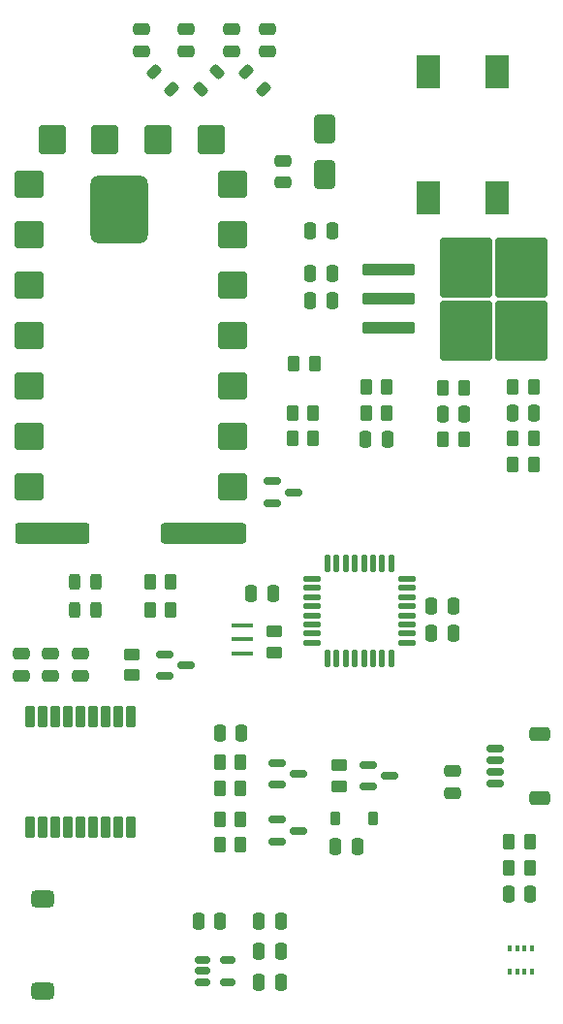
<source format=gbr>
%TF.GenerationSoftware,KiCad,Pcbnew,9.0.4*%
%TF.CreationDate,2025-08-21T19:00:15-05:00*%
%TF.ProjectId,ptFlex,7074466c-6578-42e6-9b69-6361645f7063,rev?*%
%TF.SameCoordinates,Original*%
%TF.FileFunction,Paste,Top*%
%TF.FilePolarity,Positive*%
%FSLAX46Y46*%
G04 Gerber Fmt 4.6, Leading zero omitted, Abs format (unit mm)*
G04 Created by KiCad (PCBNEW 9.0.4) date 2025-08-21 19:00:15*
%MOMM*%
%LPD*%
G01*
G04 APERTURE LIST*
G04 Aperture macros list*
%AMRoundRect*
0 Rectangle with rounded corners*
0 $1 Rounding radius*
0 $2 $3 $4 $5 $6 $7 $8 $9 X,Y pos of 4 corners*
0 Add a 4 corners polygon primitive as box body*
4,1,4,$2,$3,$4,$5,$6,$7,$8,$9,$2,$3,0*
0 Add four circle primitives for the rounded corners*
1,1,$1+$1,$2,$3*
1,1,$1+$1,$4,$5*
1,1,$1+$1,$6,$7*
1,1,$1+$1,$8,$9*
0 Add four rect primitives between the rounded corners*
20,1,$1+$1,$2,$3,$4,$5,0*
20,1,$1+$1,$4,$5,$6,$7,0*
20,1,$1+$1,$6,$7,$8,$9,0*
20,1,$1+$1,$8,$9,$2,$3,0*%
G04 Aperture macros list end*
%ADD10RoundRect,0.250000X0.262500X0.450000X-0.262500X0.450000X-0.262500X-0.450000X0.262500X-0.450000X0*%
%ADD11RoundRect,0.375000X0.625000X-0.375000X0.625000X0.375000X-0.625000X0.375000X-0.625000X-0.375000X0*%
%ADD12RoundRect,0.250000X-0.262500X-0.450000X0.262500X-0.450000X0.262500X0.450000X-0.262500X0.450000X0*%
%ADD13RoundRect,0.250000X0.250000X0.475000X-0.250000X0.475000X-0.250000X-0.475000X0.250000X-0.475000X0*%
%ADD14RoundRect,0.250000X-0.250000X-0.475000X0.250000X-0.475000X0.250000X0.475000X-0.250000X0.475000X0*%
%ADD15RoundRect,0.243750X-0.243750X-0.456250X0.243750X-0.456250X0.243750X0.456250X-0.243750X0.456250X0*%
%ADD16RoundRect,0.250000X-0.475000X0.250000X-0.475000X-0.250000X0.475000X-0.250000X0.475000X0.250000X0*%
%ADD17RoundRect,0.150000X-0.587500X-0.150000X0.587500X-0.150000X0.587500X0.150000X-0.587500X0.150000X0*%
%ADD18RoundRect,0.137500X-0.600000X-0.137500X0.600000X-0.137500X0.600000X0.137500X-0.600000X0.137500X0*%
%ADD19RoundRect,0.137500X-0.137500X-0.600000X0.137500X-0.600000X0.137500X0.600000X-0.137500X0.600000X0*%
%ADD20RoundRect,0.150000X-0.512500X-0.150000X0.512500X-0.150000X0.512500X0.150000X-0.512500X0.150000X0*%
%ADD21RoundRect,0.250000X0.475000X-0.250000X0.475000X0.250000X-0.475000X0.250000X-0.475000X-0.250000X0*%
%ADD22RoundRect,0.250000X0.450000X-0.262500X0.450000X0.262500X-0.450000X0.262500X-0.450000X-0.262500X0*%
%ADD23RoundRect,0.115000X1.135000X1.035000X-1.135000X1.035000X-1.135000X-1.035000X1.135000X-1.035000X0*%
%ADD24RoundRect,0.115000X1.035000X1.135000X-1.035000X1.135000X-1.035000X-1.135000X1.035000X-1.135000X0*%
%ADD25RoundRect,0.270000X3.480000X0.630000X-3.480000X0.630000X-3.480000X-0.630000X3.480000X-0.630000X0*%
%ADD26RoundRect,0.270000X2.980000X0.630000X-2.980000X0.630000X-2.980000X-0.630000X2.980000X-0.630000X0*%
%ADD27RoundRect,0.750000X1.750000X2.250000X-1.750000X2.250000X-1.750000X-2.250000X1.750000X-2.250000X0*%
%ADD28RoundRect,0.080000X0.320000X-0.820000X0.320000X0.820000X-0.320000X0.820000X-0.320000X-0.820000X0*%
%ADD29RoundRect,0.218750X-0.114905X0.424264X-0.424264X0.114905X0.114905X-0.424264X0.424264X-0.114905X0*%
%ADD30RoundRect,0.250000X-0.450000X0.262500X-0.450000X-0.262500X0.450000X-0.262500X0.450000X0.262500X0*%
%ADD31RoundRect,0.250000X-2.025000X-2.375000X2.025000X-2.375000X2.025000X2.375000X-2.025000X2.375000X0*%
%ADD32RoundRect,0.250000X-2.050000X-0.300000X2.050000X-0.300000X2.050000X0.300000X-2.050000X0.300000X0*%
%ADD33RoundRect,0.218750X0.424264X0.114905X0.114905X0.424264X-0.424264X-0.114905X-0.114905X-0.424264X0*%
%ADD34R,1.900000X0.400000*%
%ADD35R,2.000000X3.000000*%
%ADD36R,0.350000X0.500000*%
%ADD37RoundRect,0.225000X-0.225000X-0.375000X0.225000X-0.375000X0.225000X0.375000X-0.225000X0.375000X0*%
%ADD38RoundRect,0.250000X0.650000X-1.000000X0.650000X1.000000X-0.650000X1.000000X-0.650000X-1.000000X0*%
%ADD39RoundRect,0.150000X0.625000X-0.150000X0.625000X0.150000X-0.625000X0.150000X-0.625000X-0.150000X0*%
%ADD40RoundRect,0.250000X0.650000X-0.350000X0.650000X0.350000X-0.650000X0.350000X-0.650000X-0.350000X0*%
G04 APERTURE END LIST*
D10*
%TO.C,R11*%
X157508500Y-96146000D03*
X155683500Y-96146000D03*
%TD*%
D11*
%TO.C,ANT1*%
X120646000Y-136346000D03*
X120646000Y-144346000D03*
%TD*%
D12*
%TO.C,R14*%
X142487500Y-96100000D03*
X144312500Y-96100000D03*
%TD*%
%TO.C,R9*%
X161733500Y-98399333D03*
X163558500Y-98399333D03*
%TD*%
%TO.C,R20*%
X136133500Y-126646000D03*
X137958500Y-126646000D03*
%TD*%
D13*
%TO.C,C15*%
X138050000Y-121800000D03*
X136150000Y-121800000D03*
%TD*%
D14*
%TO.C,C10*%
X139596000Y-143546000D03*
X141496000Y-143546000D03*
%TD*%
D15*
%TO.C,D2*%
X123462500Y-111046000D03*
X125337500Y-111046000D03*
%TD*%
D12*
%TO.C,R18*%
X136133500Y-131546000D03*
X137958500Y-131546000D03*
%TD*%
D16*
%TO.C,C21*%
X140300000Y-60400000D03*
X140300000Y-62300000D03*
%TD*%
D13*
%TO.C,C18*%
X150796000Y-96139333D03*
X148896000Y-96139333D03*
%TD*%
%TO.C,C3*%
X145975000Y-81665000D03*
X144075000Y-81665000D03*
%TD*%
D12*
%TO.C,R12*%
X155683500Y-91646000D03*
X157508500Y-91646000D03*
%TD*%
%TO.C,R7*%
X161408500Y-133571000D03*
X163233500Y-133571000D03*
%TD*%
D17*
%TO.C,Q5*%
X141122526Y-124446000D03*
X141122526Y-126346000D03*
X142997526Y-125396000D03*
%TD*%
D18*
%TO.C,U3*%
X144183500Y-108346000D03*
X144183500Y-109146000D03*
X144183500Y-109946000D03*
X144183500Y-110746000D03*
X144183500Y-111546000D03*
X144183500Y-112346000D03*
X144183500Y-113146000D03*
X144183500Y-113946000D03*
D19*
X145546000Y-115308500D03*
X146346000Y-115308500D03*
X147146000Y-115308500D03*
X147946000Y-115308500D03*
X148746000Y-115308500D03*
X149546000Y-115308500D03*
X150346000Y-115308500D03*
X151146000Y-115308500D03*
D18*
X152508500Y-113946000D03*
X152508500Y-113146000D03*
X152508500Y-112346000D03*
X152508500Y-111546000D03*
X152508500Y-110746000D03*
X152508500Y-109946000D03*
X152508500Y-109146000D03*
X152508500Y-108346000D03*
D19*
X151146000Y-106983500D03*
X150346000Y-106983500D03*
X149546000Y-106983500D03*
X148746000Y-106983500D03*
X147946000Y-106983500D03*
X147146000Y-106983500D03*
X146346000Y-106983500D03*
X145546000Y-106983500D03*
%TD*%
D10*
%TO.C,R19*%
X137958500Y-129397526D03*
X136133500Y-129397526D03*
%TD*%
D13*
%TO.C,C1*%
X145975000Y-77965000D03*
X144075000Y-77965000D03*
%TD*%
D20*
%TO.C,U2*%
X134608500Y-141646000D03*
X134608500Y-142596000D03*
X134608500Y-143546000D03*
X136883500Y-143546000D03*
X136883500Y-141646000D03*
%TD*%
D14*
%TO.C,C2*%
X161696000Y-93846000D03*
X163596000Y-93846000D03*
%TD*%
D21*
%TO.C,C14*%
X123946000Y-116808500D03*
X123946000Y-114908500D03*
%TD*%
D10*
%TO.C,R10*%
X150758500Y-91616000D03*
X148933500Y-91616000D03*
%TD*%
D22*
%TO.C,R5*%
X146583500Y-126458500D03*
X146583500Y-124633500D03*
%TD*%
D21*
%TO.C,C19*%
X118846000Y-116796000D03*
X118846000Y-114896000D03*
%TD*%
D13*
%TO.C,C8*%
X145975000Y-84065000D03*
X144075000Y-84065000D03*
%TD*%
D17*
%TO.C,Q3*%
X131333500Y-114958500D03*
X131333500Y-116858500D03*
X133208500Y-115908500D03*
%TD*%
D14*
%TO.C,C13*%
X161371000Y-135871000D03*
X163271000Y-135871000D03*
%TD*%
D23*
%TO.C,U5*%
X119500000Y-100300000D03*
X119500000Y-95900000D03*
X119500000Y-91500000D03*
X119500000Y-87100000D03*
X119500000Y-82700000D03*
X119500000Y-78300000D03*
X119500000Y-73900000D03*
D24*
X121500000Y-70000000D03*
X126133334Y-70000000D03*
X130766667Y-70000000D03*
X135400000Y-70000000D03*
D23*
X137300000Y-73900000D03*
X137300000Y-78300000D03*
X137300000Y-82700000D03*
X137300000Y-87100000D03*
X137300000Y-91500000D03*
X137300000Y-95900000D03*
X137300000Y-100300000D03*
D25*
X134750000Y-104350000D03*
D26*
X121500000Y-104350000D03*
D27*
X127400000Y-76100000D03*
%TD*%
D12*
%TO.C,R1*%
X161733500Y-91569333D03*
X163558500Y-91569333D03*
%TD*%
D14*
%TO.C,C11*%
X139596000Y-140896000D03*
X141496000Y-140896000D03*
%TD*%
D28*
%TO.C,U4*%
X128346000Y-120346000D03*
X127246000Y-120346000D03*
X126146000Y-120346000D03*
X125046000Y-120346000D03*
X123946000Y-120346000D03*
X122846000Y-120346000D03*
X121746000Y-120346000D03*
X120646000Y-120346000D03*
X119546000Y-120346000D03*
X119546000Y-130046000D03*
X120646000Y-130046000D03*
X121746000Y-130046000D03*
X122846000Y-130046000D03*
X123946000Y-130046000D03*
X125046000Y-130046000D03*
X126146000Y-130046000D03*
X127246000Y-130046000D03*
X128346000Y-130046000D03*
%TD*%
D29*
%TO.C,L2*%
X135951301Y-64098699D03*
X134448699Y-65601301D03*
%TD*%
D22*
%TO.C,R17*%
X128446000Y-116771000D03*
X128446000Y-114946000D03*
%TD*%
D16*
%TO.C,C23*%
X133200000Y-60400000D03*
X133200000Y-62300000D03*
%TD*%
D30*
%TO.C,R8*%
X140896000Y-112933500D03*
X140896000Y-114758500D03*
%TD*%
D16*
%TO.C,C24*%
X129300000Y-60400000D03*
X129300000Y-62300000D03*
%TD*%
D10*
%TO.C,R3*%
X131858500Y-111046000D03*
X130033500Y-111046000D03*
%TD*%
%TO.C,R2*%
X163558500Y-96122666D03*
X161733500Y-96122666D03*
%TD*%
%TO.C,R16*%
X144462500Y-89600000D03*
X142637500Y-89600000D03*
%TD*%
D14*
%TO.C,C12*%
X139596000Y-138246000D03*
X141496000Y-138246000D03*
%TD*%
%TO.C,C25*%
X154650000Y-110700000D03*
X156550000Y-110700000D03*
%TD*%
D17*
%TO.C,Q2*%
X140762500Y-99850000D03*
X140762500Y-101750000D03*
X142637500Y-100800000D03*
%TD*%
D31*
%TO.C,U1*%
X157650000Y-81150000D03*
X157650000Y-86700000D03*
X162500000Y-81150000D03*
X162500000Y-86700000D03*
D32*
X150925000Y-81385000D03*
X150925000Y-83925000D03*
X150925000Y-86465000D03*
%TD*%
D14*
%TO.C,C9*%
X134296000Y-138246000D03*
X136196000Y-138246000D03*
%TD*%
%TO.C,C17*%
X155646000Y-93946000D03*
X157546000Y-93946000D03*
%TD*%
D10*
%TO.C,R21*%
X137958500Y-124396000D03*
X136133500Y-124396000D03*
%TD*%
D33*
%TO.C,L1*%
X139951301Y-65601301D03*
X138448699Y-64098699D03*
%TD*%
D34*
%TO.C,Y1*%
X138146000Y-114846000D03*
X138146000Y-113646000D03*
X138146000Y-112446000D03*
%TD*%
D33*
%TO.C,L3*%
X131951301Y-65601301D03*
X130448699Y-64098699D03*
%TD*%
D35*
%TO.C,J1*%
X160400000Y-75100000D03*
X154400000Y-75100000D03*
X154400000Y-64100000D03*
X160400000Y-64100000D03*
%TD*%
D16*
%TO.C,C4*%
X141700000Y-71850000D03*
X141700000Y-73750000D03*
%TD*%
D14*
%TO.C,C7*%
X146250000Y-131700000D03*
X148150000Y-131700000D03*
%TD*%
D10*
%TO.C,R4*%
X131858500Y-108646000D03*
X130033500Y-108646000D03*
%TD*%
D15*
%TO.C,D3*%
X123462500Y-108646000D03*
X125337500Y-108646000D03*
%TD*%
D36*
%TO.C,U6*%
X161471000Y-140621000D03*
X162121000Y-140621000D03*
X162771000Y-140621000D03*
X163421000Y-140621000D03*
X163421000Y-142671000D03*
X162771000Y-142671000D03*
X162121000Y-142671000D03*
X161471000Y-142671000D03*
%TD*%
D14*
%TO.C,C5*%
X154650000Y-113100000D03*
X156550000Y-113100000D03*
%TD*%
D12*
%TO.C,R13*%
X148933500Y-93922667D03*
X150758500Y-93922667D03*
%TD*%
%TO.C,R6*%
X161408500Y-131271000D03*
X163233500Y-131271000D03*
%TD*%
%TO.C,R15*%
X142487500Y-93900000D03*
X144312500Y-93900000D03*
%TD*%
D13*
%TO.C,C6*%
X140796000Y-109596000D03*
X138896000Y-109596000D03*
%TD*%
D37*
%TO.C,D4*%
X146233500Y-129246000D03*
X149533500Y-129246000D03*
%TD*%
D38*
%TO.C,D1*%
X145300000Y-73100000D03*
X145300000Y-69100000D03*
%TD*%
D17*
%TO.C,Q4*%
X141122526Y-129397526D03*
X141122526Y-131297526D03*
X142997526Y-130347526D03*
%TD*%
D16*
%TO.C,C16*%
X156500000Y-125150000D03*
X156500000Y-127050000D03*
%TD*%
%TO.C,C22*%
X137200000Y-60400000D03*
X137200000Y-62300000D03*
%TD*%
D17*
%TO.C,Q1*%
X149108500Y-124596000D03*
X149108500Y-126496000D03*
X150983500Y-125546000D03*
%TD*%
D39*
%TO.C,J3*%
X160200000Y-126200000D03*
X160200000Y-125200000D03*
X160200000Y-124200000D03*
X160200000Y-123200000D03*
D40*
X164075000Y-127500000D03*
X164075000Y-121900000D03*
%TD*%
D21*
%TO.C,C20*%
X121346000Y-116808500D03*
X121346000Y-114908500D03*
%TD*%
M02*

</source>
